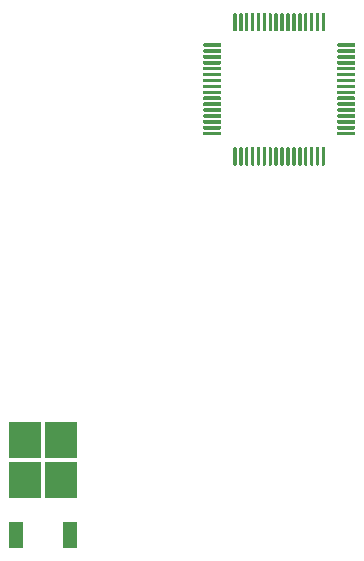
<source format=gtp>
G04 #@! TF.GenerationSoftware,KiCad,Pcbnew,(5.1.9)-1*
G04 #@! TF.CreationDate,2022-03-30T20:26:24+02:00*
G04 #@! TF.ProjectId,robot_mobilny_pcb,726f626f-745f-46d6-9f62-696c6e795f70,rev?*
G04 #@! TF.SameCoordinates,Original*
G04 #@! TF.FileFunction,Paste,Top*
G04 #@! TF.FilePolarity,Positive*
%FSLAX46Y46*%
G04 Gerber Fmt 4.6, Leading zero omitted, Abs format (unit mm)*
G04 Created by KiCad (PCBNEW (5.1.9)-1) date 2022-03-30 20:26:24*
%MOMM*%
%LPD*%
G01*
G04 APERTURE LIST*
%ADD10R,1.200000X2.200000*%
%ADD11R,2.750000X3.050000*%
G04 APERTURE END LIST*
G36*
G01*
X85150000Y-124675000D02*
X85150000Y-123275000D01*
G75*
G02*
X85225000Y-123200000I75000J0D01*
G01*
X85375000Y-123200000D01*
G75*
G02*
X85450000Y-123275000I0J-75000D01*
G01*
X85450000Y-124675000D01*
G75*
G02*
X85375000Y-124750000I-75000J0D01*
G01*
X85225000Y-124750000D01*
G75*
G02*
X85150000Y-124675000I0J75000D01*
G01*
G37*
G36*
G01*
X85650000Y-124675000D02*
X85650000Y-123275000D01*
G75*
G02*
X85725000Y-123200000I75000J0D01*
G01*
X85875000Y-123200000D01*
G75*
G02*
X85950000Y-123275000I0J-75000D01*
G01*
X85950000Y-124675000D01*
G75*
G02*
X85875000Y-124750000I-75000J0D01*
G01*
X85725000Y-124750000D01*
G75*
G02*
X85650000Y-124675000I0J75000D01*
G01*
G37*
G36*
G01*
X86150000Y-124675000D02*
X86150000Y-123275000D01*
G75*
G02*
X86225000Y-123200000I75000J0D01*
G01*
X86375000Y-123200000D01*
G75*
G02*
X86450000Y-123275000I0J-75000D01*
G01*
X86450000Y-124675000D01*
G75*
G02*
X86375000Y-124750000I-75000J0D01*
G01*
X86225000Y-124750000D01*
G75*
G02*
X86150000Y-124675000I0J75000D01*
G01*
G37*
G36*
G01*
X86650000Y-124675000D02*
X86650000Y-123275000D01*
G75*
G02*
X86725000Y-123200000I75000J0D01*
G01*
X86875000Y-123200000D01*
G75*
G02*
X86950000Y-123275000I0J-75000D01*
G01*
X86950000Y-124675000D01*
G75*
G02*
X86875000Y-124750000I-75000J0D01*
G01*
X86725000Y-124750000D01*
G75*
G02*
X86650000Y-124675000I0J75000D01*
G01*
G37*
G36*
G01*
X87150000Y-124675000D02*
X87150000Y-123275000D01*
G75*
G02*
X87225000Y-123200000I75000J0D01*
G01*
X87375000Y-123200000D01*
G75*
G02*
X87450000Y-123275000I0J-75000D01*
G01*
X87450000Y-124675000D01*
G75*
G02*
X87375000Y-124750000I-75000J0D01*
G01*
X87225000Y-124750000D01*
G75*
G02*
X87150000Y-124675000I0J75000D01*
G01*
G37*
G36*
G01*
X87650000Y-124675000D02*
X87650000Y-123275000D01*
G75*
G02*
X87725000Y-123200000I75000J0D01*
G01*
X87875000Y-123200000D01*
G75*
G02*
X87950000Y-123275000I0J-75000D01*
G01*
X87950000Y-124675000D01*
G75*
G02*
X87875000Y-124750000I-75000J0D01*
G01*
X87725000Y-124750000D01*
G75*
G02*
X87650000Y-124675000I0J75000D01*
G01*
G37*
G36*
G01*
X88150000Y-124675000D02*
X88150000Y-123275000D01*
G75*
G02*
X88225000Y-123200000I75000J0D01*
G01*
X88375000Y-123200000D01*
G75*
G02*
X88450000Y-123275000I0J-75000D01*
G01*
X88450000Y-124675000D01*
G75*
G02*
X88375000Y-124750000I-75000J0D01*
G01*
X88225000Y-124750000D01*
G75*
G02*
X88150000Y-124675000I0J75000D01*
G01*
G37*
G36*
G01*
X88650000Y-124675000D02*
X88650000Y-123275000D01*
G75*
G02*
X88725000Y-123200000I75000J0D01*
G01*
X88875000Y-123200000D01*
G75*
G02*
X88950000Y-123275000I0J-75000D01*
G01*
X88950000Y-124675000D01*
G75*
G02*
X88875000Y-124750000I-75000J0D01*
G01*
X88725000Y-124750000D01*
G75*
G02*
X88650000Y-124675000I0J75000D01*
G01*
G37*
G36*
G01*
X89150000Y-124675000D02*
X89150000Y-123275000D01*
G75*
G02*
X89225000Y-123200000I75000J0D01*
G01*
X89375000Y-123200000D01*
G75*
G02*
X89450000Y-123275000I0J-75000D01*
G01*
X89450000Y-124675000D01*
G75*
G02*
X89375000Y-124750000I-75000J0D01*
G01*
X89225000Y-124750000D01*
G75*
G02*
X89150000Y-124675000I0J75000D01*
G01*
G37*
G36*
G01*
X89650000Y-124675000D02*
X89650000Y-123275000D01*
G75*
G02*
X89725000Y-123200000I75000J0D01*
G01*
X89875000Y-123200000D01*
G75*
G02*
X89950000Y-123275000I0J-75000D01*
G01*
X89950000Y-124675000D01*
G75*
G02*
X89875000Y-124750000I-75000J0D01*
G01*
X89725000Y-124750000D01*
G75*
G02*
X89650000Y-124675000I0J75000D01*
G01*
G37*
G36*
G01*
X90150000Y-124675000D02*
X90150000Y-123275000D01*
G75*
G02*
X90225000Y-123200000I75000J0D01*
G01*
X90375000Y-123200000D01*
G75*
G02*
X90450000Y-123275000I0J-75000D01*
G01*
X90450000Y-124675000D01*
G75*
G02*
X90375000Y-124750000I-75000J0D01*
G01*
X90225000Y-124750000D01*
G75*
G02*
X90150000Y-124675000I0J75000D01*
G01*
G37*
G36*
G01*
X90650000Y-124675000D02*
X90650000Y-123275000D01*
G75*
G02*
X90725000Y-123200000I75000J0D01*
G01*
X90875000Y-123200000D01*
G75*
G02*
X90950000Y-123275000I0J-75000D01*
G01*
X90950000Y-124675000D01*
G75*
G02*
X90875000Y-124750000I-75000J0D01*
G01*
X90725000Y-124750000D01*
G75*
G02*
X90650000Y-124675000I0J75000D01*
G01*
G37*
G36*
G01*
X91150000Y-124675000D02*
X91150000Y-123275000D01*
G75*
G02*
X91225000Y-123200000I75000J0D01*
G01*
X91375000Y-123200000D01*
G75*
G02*
X91450000Y-123275000I0J-75000D01*
G01*
X91450000Y-124675000D01*
G75*
G02*
X91375000Y-124750000I-75000J0D01*
G01*
X91225000Y-124750000D01*
G75*
G02*
X91150000Y-124675000I0J75000D01*
G01*
G37*
G36*
G01*
X91650000Y-124675000D02*
X91650000Y-123275000D01*
G75*
G02*
X91725000Y-123200000I75000J0D01*
G01*
X91875000Y-123200000D01*
G75*
G02*
X91950000Y-123275000I0J-75000D01*
G01*
X91950000Y-124675000D01*
G75*
G02*
X91875000Y-124750000I-75000J0D01*
G01*
X91725000Y-124750000D01*
G75*
G02*
X91650000Y-124675000I0J75000D01*
G01*
G37*
G36*
G01*
X92150000Y-124675000D02*
X92150000Y-123275000D01*
G75*
G02*
X92225000Y-123200000I75000J0D01*
G01*
X92375000Y-123200000D01*
G75*
G02*
X92450000Y-123275000I0J-75000D01*
G01*
X92450000Y-124675000D01*
G75*
G02*
X92375000Y-124750000I-75000J0D01*
G01*
X92225000Y-124750000D01*
G75*
G02*
X92150000Y-124675000I0J75000D01*
G01*
G37*
G36*
G01*
X92650000Y-124675000D02*
X92650000Y-123275000D01*
G75*
G02*
X92725000Y-123200000I75000J0D01*
G01*
X92875000Y-123200000D01*
G75*
G02*
X92950000Y-123275000I0J-75000D01*
G01*
X92950000Y-124675000D01*
G75*
G02*
X92875000Y-124750000I-75000J0D01*
G01*
X92725000Y-124750000D01*
G75*
G02*
X92650000Y-124675000I0J75000D01*
G01*
G37*
G36*
G01*
X93950000Y-125975000D02*
X93950000Y-125825000D01*
G75*
G02*
X94025000Y-125750000I75000J0D01*
G01*
X95425000Y-125750000D01*
G75*
G02*
X95500000Y-125825000I0J-75000D01*
G01*
X95500000Y-125975000D01*
G75*
G02*
X95425000Y-126050000I-75000J0D01*
G01*
X94025000Y-126050000D01*
G75*
G02*
X93950000Y-125975000I0J75000D01*
G01*
G37*
G36*
G01*
X93950000Y-126475000D02*
X93950000Y-126325000D01*
G75*
G02*
X94025000Y-126250000I75000J0D01*
G01*
X95425000Y-126250000D01*
G75*
G02*
X95500000Y-126325000I0J-75000D01*
G01*
X95500000Y-126475000D01*
G75*
G02*
X95425000Y-126550000I-75000J0D01*
G01*
X94025000Y-126550000D01*
G75*
G02*
X93950000Y-126475000I0J75000D01*
G01*
G37*
G36*
G01*
X93950000Y-126975000D02*
X93950000Y-126825000D01*
G75*
G02*
X94025000Y-126750000I75000J0D01*
G01*
X95425000Y-126750000D01*
G75*
G02*
X95500000Y-126825000I0J-75000D01*
G01*
X95500000Y-126975000D01*
G75*
G02*
X95425000Y-127050000I-75000J0D01*
G01*
X94025000Y-127050000D01*
G75*
G02*
X93950000Y-126975000I0J75000D01*
G01*
G37*
G36*
G01*
X93950000Y-127475000D02*
X93950000Y-127325000D01*
G75*
G02*
X94025000Y-127250000I75000J0D01*
G01*
X95425000Y-127250000D01*
G75*
G02*
X95500000Y-127325000I0J-75000D01*
G01*
X95500000Y-127475000D01*
G75*
G02*
X95425000Y-127550000I-75000J0D01*
G01*
X94025000Y-127550000D01*
G75*
G02*
X93950000Y-127475000I0J75000D01*
G01*
G37*
G36*
G01*
X93950000Y-127975000D02*
X93950000Y-127825000D01*
G75*
G02*
X94025000Y-127750000I75000J0D01*
G01*
X95425000Y-127750000D01*
G75*
G02*
X95500000Y-127825000I0J-75000D01*
G01*
X95500000Y-127975000D01*
G75*
G02*
X95425000Y-128050000I-75000J0D01*
G01*
X94025000Y-128050000D01*
G75*
G02*
X93950000Y-127975000I0J75000D01*
G01*
G37*
G36*
G01*
X93950000Y-128475000D02*
X93950000Y-128325000D01*
G75*
G02*
X94025000Y-128250000I75000J0D01*
G01*
X95425000Y-128250000D01*
G75*
G02*
X95500000Y-128325000I0J-75000D01*
G01*
X95500000Y-128475000D01*
G75*
G02*
X95425000Y-128550000I-75000J0D01*
G01*
X94025000Y-128550000D01*
G75*
G02*
X93950000Y-128475000I0J75000D01*
G01*
G37*
G36*
G01*
X93950000Y-128975000D02*
X93950000Y-128825000D01*
G75*
G02*
X94025000Y-128750000I75000J0D01*
G01*
X95425000Y-128750000D01*
G75*
G02*
X95500000Y-128825000I0J-75000D01*
G01*
X95500000Y-128975000D01*
G75*
G02*
X95425000Y-129050000I-75000J0D01*
G01*
X94025000Y-129050000D01*
G75*
G02*
X93950000Y-128975000I0J75000D01*
G01*
G37*
G36*
G01*
X93950000Y-129475000D02*
X93950000Y-129325000D01*
G75*
G02*
X94025000Y-129250000I75000J0D01*
G01*
X95425000Y-129250000D01*
G75*
G02*
X95500000Y-129325000I0J-75000D01*
G01*
X95500000Y-129475000D01*
G75*
G02*
X95425000Y-129550000I-75000J0D01*
G01*
X94025000Y-129550000D01*
G75*
G02*
X93950000Y-129475000I0J75000D01*
G01*
G37*
G36*
G01*
X93950000Y-129975000D02*
X93950000Y-129825000D01*
G75*
G02*
X94025000Y-129750000I75000J0D01*
G01*
X95425000Y-129750000D01*
G75*
G02*
X95500000Y-129825000I0J-75000D01*
G01*
X95500000Y-129975000D01*
G75*
G02*
X95425000Y-130050000I-75000J0D01*
G01*
X94025000Y-130050000D01*
G75*
G02*
X93950000Y-129975000I0J75000D01*
G01*
G37*
G36*
G01*
X93950000Y-130475000D02*
X93950000Y-130325000D01*
G75*
G02*
X94025000Y-130250000I75000J0D01*
G01*
X95425000Y-130250000D01*
G75*
G02*
X95500000Y-130325000I0J-75000D01*
G01*
X95500000Y-130475000D01*
G75*
G02*
X95425000Y-130550000I-75000J0D01*
G01*
X94025000Y-130550000D01*
G75*
G02*
X93950000Y-130475000I0J75000D01*
G01*
G37*
G36*
G01*
X93950000Y-130975000D02*
X93950000Y-130825000D01*
G75*
G02*
X94025000Y-130750000I75000J0D01*
G01*
X95425000Y-130750000D01*
G75*
G02*
X95500000Y-130825000I0J-75000D01*
G01*
X95500000Y-130975000D01*
G75*
G02*
X95425000Y-131050000I-75000J0D01*
G01*
X94025000Y-131050000D01*
G75*
G02*
X93950000Y-130975000I0J75000D01*
G01*
G37*
G36*
G01*
X93950000Y-131475000D02*
X93950000Y-131325000D01*
G75*
G02*
X94025000Y-131250000I75000J0D01*
G01*
X95425000Y-131250000D01*
G75*
G02*
X95500000Y-131325000I0J-75000D01*
G01*
X95500000Y-131475000D01*
G75*
G02*
X95425000Y-131550000I-75000J0D01*
G01*
X94025000Y-131550000D01*
G75*
G02*
X93950000Y-131475000I0J75000D01*
G01*
G37*
G36*
G01*
X93950000Y-131975000D02*
X93950000Y-131825000D01*
G75*
G02*
X94025000Y-131750000I75000J0D01*
G01*
X95425000Y-131750000D01*
G75*
G02*
X95500000Y-131825000I0J-75000D01*
G01*
X95500000Y-131975000D01*
G75*
G02*
X95425000Y-132050000I-75000J0D01*
G01*
X94025000Y-132050000D01*
G75*
G02*
X93950000Y-131975000I0J75000D01*
G01*
G37*
G36*
G01*
X93950000Y-132475000D02*
X93950000Y-132325000D01*
G75*
G02*
X94025000Y-132250000I75000J0D01*
G01*
X95425000Y-132250000D01*
G75*
G02*
X95500000Y-132325000I0J-75000D01*
G01*
X95500000Y-132475000D01*
G75*
G02*
X95425000Y-132550000I-75000J0D01*
G01*
X94025000Y-132550000D01*
G75*
G02*
X93950000Y-132475000I0J75000D01*
G01*
G37*
G36*
G01*
X93950000Y-132975000D02*
X93950000Y-132825000D01*
G75*
G02*
X94025000Y-132750000I75000J0D01*
G01*
X95425000Y-132750000D01*
G75*
G02*
X95500000Y-132825000I0J-75000D01*
G01*
X95500000Y-132975000D01*
G75*
G02*
X95425000Y-133050000I-75000J0D01*
G01*
X94025000Y-133050000D01*
G75*
G02*
X93950000Y-132975000I0J75000D01*
G01*
G37*
G36*
G01*
X93950000Y-133475000D02*
X93950000Y-133325000D01*
G75*
G02*
X94025000Y-133250000I75000J0D01*
G01*
X95425000Y-133250000D01*
G75*
G02*
X95500000Y-133325000I0J-75000D01*
G01*
X95500000Y-133475000D01*
G75*
G02*
X95425000Y-133550000I-75000J0D01*
G01*
X94025000Y-133550000D01*
G75*
G02*
X93950000Y-133475000I0J75000D01*
G01*
G37*
G36*
G01*
X92650000Y-136025000D02*
X92650000Y-134625000D01*
G75*
G02*
X92725000Y-134550000I75000J0D01*
G01*
X92875000Y-134550000D01*
G75*
G02*
X92950000Y-134625000I0J-75000D01*
G01*
X92950000Y-136025000D01*
G75*
G02*
X92875000Y-136100000I-75000J0D01*
G01*
X92725000Y-136100000D01*
G75*
G02*
X92650000Y-136025000I0J75000D01*
G01*
G37*
G36*
G01*
X92150000Y-136025000D02*
X92150000Y-134625000D01*
G75*
G02*
X92225000Y-134550000I75000J0D01*
G01*
X92375000Y-134550000D01*
G75*
G02*
X92450000Y-134625000I0J-75000D01*
G01*
X92450000Y-136025000D01*
G75*
G02*
X92375000Y-136100000I-75000J0D01*
G01*
X92225000Y-136100000D01*
G75*
G02*
X92150000Y-136025000I0J75000D01*
G01*
G37*
G36*
G01*
X91650000Y-136025000D02*
X91650000Y-134625000D01*
G75*
G02*
X91725000Y-134550000I75000J0D01*
G01*
X91875000Y-134550000D01*
G75*
G02*
X91950000Y-134625000I0J-75000D01*
G01*
X91950000Y-136025000D01*
G75*
G02*
X91875000Y-136100000I-75000J0D01*
G01*
X91725000Y-136100000D01*
G75*
G02*
X91650000Y-136025000I0J75000D01*
G01*
G37*
G36*
G01*
X91150000Y-136025000D02*
X91150000Y-134625000D01*
G75*
G02*
X91225000Y-134550000I75000J0D01*
G01*
X91375000Y-134550000D01*
G75*
G02*
X91450000Y-134625000I0J-75000D01*
G01*
X91450000Y-136025000D01*
G75*
G02*
X91375000Y-136100000I-75000J0D01*
G01*
X91225000Y-136100000D01*
G75*
G02*
X91150000Y-136025000I0J75000D01*
G01*
G37*
G36*
G01*
X90650000Y-136025000D02*
X90650000Y-134625000D01*
G75*
G02*
X90725000Y-134550000I75000J0D01*
G01*
X90875000Y-134550000D01*
G75*
G02*
X90950000Y-134625000I0J-75000D01*
G01*
X90950000Y-136025000D01*
G75*
G02*
X90875000Y-136100000I-75000J0D01*
G01*
X90725000Y-136100000D01*
G75*
G02*
X90650000Y-136025000I0J75000D01*
G01*
G37*
G36*
G01*
X90150000Y-136025000D02*
X90150000Y-134625000D01*
G75*
G02*
X90225000Y-134550000I75000J0D01*
G01*
X90375000Y-134550000D01*
G75*
G02*
X90450000Y-134625000I0J-75000D01*
G01*
X90450000Y-136025000D01*
G75*
G02*
X90375000Y-136100000I-75000J0D01*
G01*
X90225000Y-136100000D01*
G75*
G02*
X90150000Y-136025000I0J75000D01*
G01*
G37*
G36*
G01*
X89650000Y-136025000D02*
X89650000Y-134625000D01*
G75*
G02*
X89725000Y-134550000I75000J0D01*
G01*
X89875000Y-134550000D01*
G75*
G02*
X89950000Y-134625000I0J-75000D01*
G01*
X89950000Y-136025000D01*
G75*
G02*
X89875000Y-136100000I-75000J0D01*
G01*
X89725000Y-136100000D01*
G75*
G02*
X89650000Y-136025000I0J75000D01*
G01*
G37*
G36*
G01*
X89150000Y-136025000D02*
X89150000Y-134625000D01*
G75*
G02*
X89225000Y-134550000I75000J0D01*
G01*
X89375000Y-134550000D01*
G75*
G02*
X89450000Y-134625000I0J-75000D01*
G01*
X89450000Y-136025000D01*
G75*
G02*
X89375000Y-136100000I-75000J0D01*
G01*
X89225000Y-136100000D01*
G75*
G02*
X89150000Y-136025000I0J75000D01*
G01*
G37*
G36*
G01*
X88650000Y-136025000D02*
X88650000Y-134625000D01*
G75*
G02*
X88725000Y-134550000I75000J0D01*
G01*
X88875000Y-134550000D01*
G75*
G02*
X88950000Y-134625000I0J-75000D01*
G01*
X88950000Y-136025000D01*
G75*
G02*
X88875000Y-136100000I-75000J0D01*
G01*
X88725000Y-136100000D01*
G75*
G02*
X88650000Y-136025000I0J75000D01*
G01*
G37*
G36*
G01*
X88150000Y-136025000D02*
X88150000Y-134625000D01*
G75*
G02*
X88225000Y-134550000I75000J0D01*
G01*
X88375000Y-134550000D01*
G75*
G02*
X88450000Y-134625000I0J-75000D01*
G01*
X88450000Y-136025000D01*
G75*
G02*
X88375000Y-136100000I-75000J0D01*
G01*
X88225000Y-136100000D01*
G75*
G02*
X88150000Y-136025000I0J75000D01*
G01*
G37*
G36*
G01*
X87650000Y-136025000D02*
X87650000Y-134625000D01*
G75*
G02*
X87725000Y-134550000I75000J0D01*
G01*
X87875000Y-134550000D01*
G75*
G02*
X87950000Y-134625000I0J-75000D01*
G01*
X87950000Y-136025000D01*
G75*
G02*
X87875000Y-136100000I-75000J0D01*
G01*
X87725000Y-136100000D01*
G75*
G02*
X87650000Y-136025000I0J75000D01*
G01*
G37*
G36*
G01*
X87150000Y-136025000D02*
X87150000Y-134625000D01*
G75*
G02*
X87225000Y-134550000I75000J0D01*
G01*
X87375000Y-134550000D01*
G75*
G02*
X87450000Y-134625000I0J-75000D01*
G01*
X87450000Y-136025000D01*
G75*
G02*
X87375000Y-136100000I-75000J0D01*
G01*
X87225000Y-136100000D01*
G75*
G02*
X87150000Y-136025000I0J75000D01*
G01*
G37*
G36*
G01*
X86650000Y-136025000D02*
X86650000Y-134625000D01*
G75*
G02*
X86725000Y-134550000I75000J0D01*
G01*
X86875000Y-134550000D01*
G75*
G02*
X86950000Y-134625000I0J-75000D01*
G01*
X86950000Y-136025000D01*
G75*
G02*
X86875000Y-136100000I-75000J0D01*
G01*
X86725000Y-136100000D01*
G75*
G02*
X86650000Y-136025000I0J75000D01*
G01*
G37*
G36*
G01*
X86150000Y-136025000D02*
X86150000Y-134625000D01*
G75*
G02*
X86225000Y-134550000I75000J0D01*
G01*
X86375000Y-134550000D01*
G75*
G02*
X86450000Y-134625000I0J-75000D01*
G01*
X86450000Y-136025000D01*
G75*
G02*
X86375000Y-136100000I-75000J0D01*
G01*
X86225000Y-136100000D01*
G75*
G02*
X86150000Y-136025000I0J75000D01*
G01*
G37*
G36*
G01*
X85650000Y-136025000D02*
X85650000Y-134625000D01*
G75*
G02*
X85725000Y-134550000I75000J0D01*
G01*
X85875000Y-134550000D01*
G75*
G02*
X85950000Y-134625000I0J-75000D01*
G01*
X85950000Y-136025000D01*
G75*
G02*
X85875000Y-136100000I-75000J0D01*
G01*
X85725000Y-136100000D01*
G75*
G02*
X85650000Y-136025000I0J75000D01*
G01*
G37*
G36*
G01*
X85150000Y-136025000D02*
X85150000Y-134625000D01*
G75*
G02*
X85225000Y-134550000I75000J0D01*
G01*
X85375000Y-134550000D01*
G75*
G02*
X85450000Y-134625000I0J-75000D01*
G01*
X85450000Y-136025000D01*
G75*
G02*
X85375000Y-136100000I-75000J0D01*
G01*
X85225000Y-136100000D01*
G75*
G02*
X85150000Y-136025000I0J75000D01*
G01*
G37*
G36*
G01*
X82600000Y-133475000D02*
X82600000Y-133325000D01*
G75*
G02*
X82675000Y-133250000I75000J0D01*
G01*
X84075000Y-133250000D01*
G75*
G02*
X84150000Y-133325000I0J-75000D01*
G01*
X84150000Y-133475000D01*
G75*
G02*
X84075000Y-133550000I-75000J0D01*
G01*
X82675000Y-133550000D01*
G75*
G02*
X82600000Y-133475000I0J75000D01*
G01*
G37*
G36*
G01*
X82600000Y-132975000D02*
X82600000Y-132825000D01*
G75*
G02*
X82675000Y-132750000I75000J0D01*
G01*
X84075000Y-132750000D01*
G75*
G02*
X84150000Y-132825000I0J-75000D01*
G01*
X84150000Y-132975000D01*
G75*
G02*
X84075000Y-133050000I-75000J0D01*
G01*
X82675000Y-133050000D01*
G75*
G02*
X82600000Y-132975000I0J75000D01*
G01*
G37*
G36*
G01*
X82600000Y-132475000D02*
X82600000Y-132325000D01*
G75*
G02*
X82675000Y-132250000I75000J0D01*
G01*
X84075000Y-132250000D01*
G75*
G02*
X84150000Y-132325000I0J-75000D01*
G01*
X84150000Y-132475000D01*
G75*
G02*
X84075000Y-132550000I-75000J0D01*
G01*
X82675000Y-132550000D01*
G75*
G02*
X82600000Y-132475000I0J75000D01*
G01*
G37*
G36*
G01*
X82600000Y-131975000D02*
X82600000Y-131825000D01*
G75*
G02*
X82675000Y-131750000I75000J0D01*
G01*
X84075000Y-131750000D01*
G75*
G02*
X84150000Y-131825000I0J-75000D01*
G01*
X84150000Y-131975000D01*
G75*
G02*
X84075000Y-132050000I-75000J0D01*
G01*
X82675000Y-132050000D01*
G75*
G02*
X82600000Y-131975000I0J75000D01*
G01*
G37*
G36*
G01*
X82600000Y-131475000D02*
X82600000Y-131325000D01*
G75*
G02*
X82675000Y-131250000I75000J0D01*
G01*
X84075000Y-131250000D01*
G75*
G02*
X84150000Y-131325000I0J-75000D01*
G01*
X84150000Y-131475000D01*
G75*
G02*
X84075000Y-131550000I-75000J0D01*
G01*
X82675000Y-131550000D01*
G75*
G02*
X82600000Y-131475000I0J75000D01*
G01*
G37*
G36*
G01*
X82600000Y-130975000D02*
X82600000Y-130825000D01*
G75*
G02*
X82675000Y-130750000I75000J0D01*
G01*
X84075000Y-130750000D01*
G75*
G02*
X84150000Y-130825000I0J-75000D01*
G01*
X84150000Y-130975000D01*
G75*
G02*
X84075000Y-131050000I-75000J0D01*
G01*
X82675000Y-131050000D01*
G75*
G02*
X82600000Y-130975000I0J75000D01*
G01*
G37*
G36*
G01*
X82600000Y-130475000D02*
X82600000Y-130325000D01*
G75*
G02*
X82675000Y-130250000I75000J0D01*
G01*
X84075000Y-130250000D01*
G75*
G02*
X84150000Y-130325000I0J-75000D01*
G01*
X84150000Y-130475000D01*
G75*
G02*
X84075000Y-130550000I-75000J0D01*
G01*
X82675000Y-130550000D01*
G75*
G02*
X82600000Y-130475000I0J75000D01*
G01*
G37*
G36*
G01*
X82600000Y-129975000D02*
X82600000Y-129825000D01*
G75*
G02*
X82675000Y-129750000I75000J0D01*
G01*
X84075000Y-129750000D01*
G75*
G02*
X84150000Y-129825000I0J-75000D01*
G01*
X84150000Y-129975000D01*
G75*
G02*
X84075000Y-130050000I-75000J0D01*
G01*
X82675000Y-130050000D01*
G75*
G02*
X82600000Y-129975000I0J75000D01*
G01*
G37*
G36*
G01*
X82600000Y-129475000D02*
X82600000Y-129325000D01*
G75*
G02*
X82675000Y-129250000I75000J0D01*
G01*
X84075000Y-129250000D01*
G75*
G02*
X84150000Y-129325000I0J-75000D01*
G01*
X84150000Y-129475000D01*
G75*
G02*
X84075000Y-129550000I-75000J0D01*
G01*
X82675000Y-129550000D01*
G75*
G02*
X82600000Y-129475000I0J75000D01*
G01*
G37*
G36*
G01*
X82600000Y-128975000D02*
X82600000Y-128825000D01*
G75*
G02*
X82675000Y-128750000I75000J0D01*
G01*
X84075000Y-128750000D01*
G75*
G02*
X84150000Y-128825000I0J-75000D01*
G01*
X84150000Y-128975000D01*
G75*
G02*
X84075000Y-129050000I-75000J0D01*
G01*
X82675000Y-129050000D01*
G75*
G02*
X82600000Y-128975000I0J75000D01*
G01*
G37*
G36*
G01*
X82600000Y-128475000D02*
X82600000Y-128325000D01*
G75*
G02*
X82675000Y-128250000I75000J0D01*
G01*
X84075000Y-128250000D01*
G75*
G02*
X84150000Y-128325000I0J-75000D01*
G01*
X84150000Y-128475000D01*
G75*
G02*
X84075000Y-128550000I-75000J0D01*
G01*
X82675000Y-128550000D01*
G75*
G02*
X82600000Y-128475000I0J75000D01*
G01*
G37*
G36*
G01*
X82600000Y-127975000D02*
X82600000Y-127825000D01*
G75*
G02*
X82675000Y-127750000I75000J0D01*
G01*
X84075000Y-127750000D01*
G75*
G02*
X84150000Y-127825000I0J-75000D01*
G01*
X84150000Y-127975000D01*
G75*
G02*
X84075000Y-128050000I-75000J0D01*
G01*
X82675000Y-128050000D01*
G75*
G02*
X82600000Y-127975000I0J75000D01*
G01*
G37*
G36*
G01*
X82600000Y-127475000D02*
X82600000Y-127325000D01*
G75*
G02*
X82675000Y-127250000I75000J0D01*
G01*
X84075000Y-127250000D01*
G75*
G02*
X84150000Y-127325000I0J-75000D01*
G01*
X84150000Y-127475000D01*
G75*
G02*
X84075000Y-127550000I-75000J0D01*
G01*
X82675000Y-127550000D01*
G75*
G02*
X82600000Y-127475000I0J75000D01*
G01*
G37*
G36*
G01*
X82600000Y-126975000D02*
X82600000Y-126825000D01*
G75*
G02*
X82675000Y-126750000I75000J0D01*
G01*
X84075000Y-126750000D01*
G75*
G02*
X84150000Y-126825000I0J-75000D01*
G01*
X84150000Y-126975000D01*
G75*
G02*
X84075000Y-127050000I-75000J0D01*
G01*
X82675000Y-127050000D01*
G75*
G02*
X82600000Y-126975000I0J75000D01*
G01*
G37*
G36*
G01*
X82600000Y-126475000D02*
X82600000Y-126325000D01*
G75*
G02*
X82675000Y-126250000I75000J0D01*
G01*
X84075000Y-126250000D01*
G75*
G02*
X84150000Y-126325000I0J-75000D01*
G01*
X84150000Y-126475000D01*
G75*
G02*
X84075000Y-126550000I-75000J0D01*
G01*
X82675000Y-126550000D01*
G75*
G02*
X82600000Y-126475000I0J75000D01*
G01*
G37*
G36*
G01*
X82600000Y-125975000D02*
X82600000Y-125825000D01*
G75*
G02*
X82675000Y-125750000I75000J0D01*
G01*
X84075000Y-125750000D01*
G75*
G02*
X84150000Y-125825000I0J-75000D01*
G01*
X84150000Y-125975000D01*
G75*
G02*
X84075000Y-126050000I-75000J0D01*
G01*
X82675000Y-126050000D01*
G75*
G02*
X82600000Y-125975000I0J75000D01*
G01*
G37*
D10*
X66770000Y-167350000D03*
X71330000Y-167350000D03*
D11*
X70575000Y-159375000D03*
X67525000Y-162725000D03*
X67525000Y-159375000D03*
X70575000Y-162725000D03*
M02*

</source>
